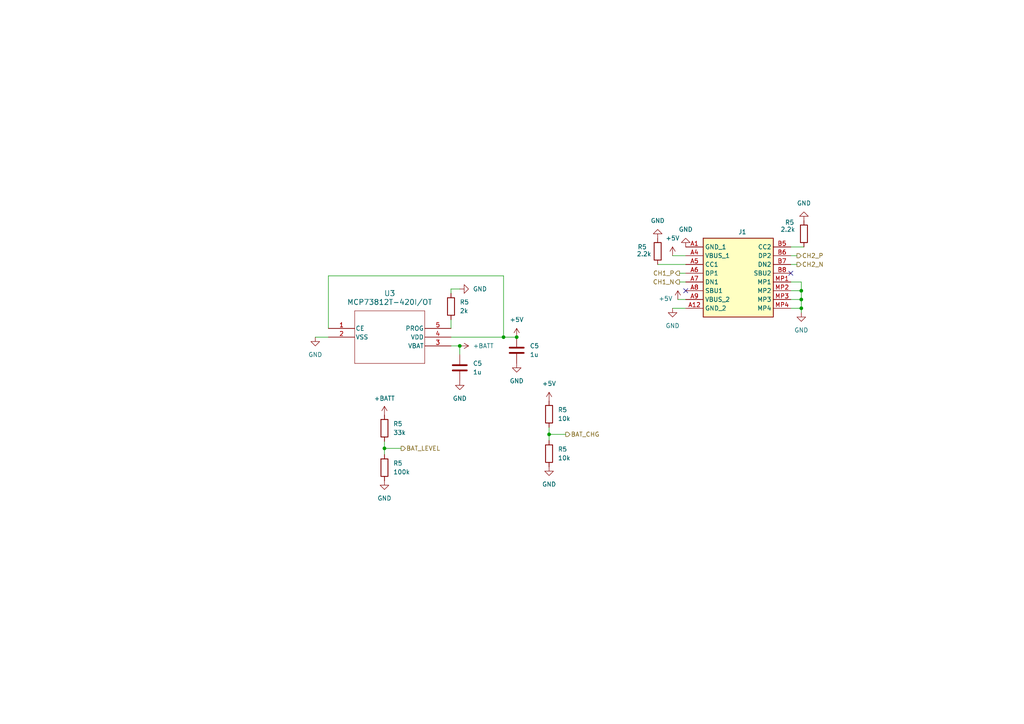
<source format=kicad_sch>
(kicad_sch (version 20230121) (generator eeschema)
  (paper "A4")
  (lib_symbols
    (symbol "2023-09-03_14-36-57:GSB1C41110SSHR"
      (symbol "GSB1C41110SSHR_1_1"
        (rectangle (start 5.08 2.54) (end 25.4 -20.32) (stroke (width 0.254)) (fill (type background)))
        (pin passive line (at 0 0 0) (length 5.08) (name "GND_1") (number "A1"))
        (pin passive line (at 0 -17.78 0) (length 5.08) (name "GND_2") (number "A12"))
        (pin passive line (at 0 -2.54 0) (length 5.08) (name "VBUS_1") (number "A4"))
        (pin passive line (at 0 -5.08 0) (length 5.08) (name "CC1") (number "A5"))
        (pin passive line (at 0 -7.62 0) (length 5.08) (name "DP1") (number "A6"))
        (pin passive line (at 0 -10.16 0) (length 5.08) (name "DN1") (number "A7"))
        (pin passive line (at 0 -12.7 0) (length 5.08) (name "SBU1") (number "A8"))
        (pin passive line (at 0 -15.24 0) (length 5.08) (name "VBUS_2") (number "A9"))
        (pin passive line (at 30.48 0 180) (length 5.08) (name "CC2") (number "B5"))
        (pin passive line (at 30.48 -2.54 180) (length 5.08) (name "DP2") (number "B6"))
        (pin passive line (at 30.48 -5.08 180) (length 5.08) (name "DN2") (number "B7"))
        (pin passive line (at 30.48 -7.62 180) (length 5.08) (name "SBU2") (number "B8"))
        (pin passive line (at 30.48 -10.16 180) (length 5.08) (name "MP1") (number "MP1"))
        (pin passive line (at 30.48 -12.7 180) (length 5.08) (name "MP2") (number "MP2"))
        (pin passive line (at 30.48 -15.24 180) (length 5.08) (name "MP3") (number "MP3"))
        (pin passive line (at 30.48 -17.78 180) (length 5.08) (name "MP4") (number "MP4"))
      )
    )
    (symbol "2023-09-03_14-36-57:MCP73811T-420I_OT" (pin_names (offset 0.254))
      (property "Reference" "U" (at 17.78 10.16 0))
      (property "Value" "MCP73811T-420I/OT" (at 17.78 7.62 0))
      (symbol "MCP73811T-420I_OT_0_1"
        (polyline (pts (xy 7.62 -10.16) (xy 27.94 -10.16)) (stroke (width 0.127)))
        (polyline (pts (xy 7.62 5.08) (xy 7.62 -10.16)) (stroke (width 0.127)))
        (polyline (pts (xy 27.94 -10.16) (xy 27.94 5.08)) (stroke (width 0.127)))
        (polyline (pts (xy 27.94 5.08) (xy 7.62 5.08)) (stroke (width 0.127)))
        (pin unspecified line (at 0 0 0) (length 7.62) (name "CE") (number "1"))
        (pin unspecified line (at 0 -2.54 0) (length 7.62) (name "VSS") (number "2"))
        (pin unspecified line (at 35.56 -5.08 180) (length 7.62) (name "VBAT") (number "3"))
        (pin unspecified line (at 35.56 -2.54 180) (length 7.62) (name "VDD") (number "4"))
        (pin unspecified line (at 35.56 0 180) (length 7.62) (name "PROG") (number "5"))
      )
    )
    (symbol "Device:C" (pin_numbers hide) (pin_names (offset 0.254))
      (property "Reference" "C" (at 0.635 2.54 0))
      (property "Value" "C" (at 0.635 -2.54 0))
      (symbol "C_0_1"
        (polyline (pts (xy -2.032 -0.762) (xy 2.032 -0.762)) (stroke (width 0.508)))
        (polyline (pts (xy -2.032 0.762) (xy 2.032 0.762)) (stroke (width 0.508)))
      )
      (symbol "C_1_1"
        (pin passive line (at 0 3.81 270) (length 2.794) (name "~") (number "1"))
        (pin passive line (at 0 -3.81 90) (length 2.794) (name "~") (number "2"))
      )
    )
    (symbol "Device:R" (pin_numbers hide) (pin_names (offset 0))
      (property "Reference" "R" (at 2.032 0 90))
      (property "Value" "R" (at 0 0 90))
      (symbol "R_0_1"
        (rectangle (start -1.016 -2.54) (end 1.016 2.54) (stroke (width 0.254)))
      )
      (symbol "R_1_1"
        (pin passive line (at 0 3.81 270) (length 1.27) (name "~") (number "1"))
        (pin passive line (at 0 -3.81 90) (length 1.27) (name "~") (number "2"))
      )
    )
    (symbol "power:+5V" (power) (pin_names (offset 0))
      (property "Value" "+5V" (at 0 3.556 0))
      (symbol "+5V_0_1"
        (polyline (pts (xy -0.762 1.27) (xy 0 2.54)))
        (polyline (pts (xy 0 0) (xy 0 2.54)))
        (polyline (pts (xy 0 2.54) (xy 0.762 1.27)))
      )
      (symbol "+5V_1_1"
        (pin power_in line (at 0 0 90) (length 0) hide (name "+5V") (number "1"))
      )
    )
    (symbol "power:+BATT" (power) (pin_names (offset 0))
      (property "Value" "+BATT" (at 0 3.556 0))
      (symbol "+BATT_0_1"
        (polyline (pts (xy -0.762 1.27) (xy 0 2.54)))
        (polyline (pts (xy 0 0) (xy 0 2.54)))
        (polyline (pts (xy 0 2.54) (xy 0.762 1.27)))
      )
      (symbol "+BATT_1_1"
        (pin power_in line (at 0 0 90) (length 0) hide (name "+BATT") (number "1"))
      )
    )
    (symbol "power:GND" (power) (pin_names (offset 0))
      (property "Value" "GND" (at 0 -3.81 0))
      (symbol "GND_0_1"
        (polyline (pts (xy 0 0) (xy 0 -1.27) (xy 1.27 -1.27) (xy 0 -2.54) (xy -1.27 -1.27) (xy 0 -1.27)))
      )
      (symbol "GND_1_1"
        (pin power_in line (at 0 0 270) (length 0) hide (name "GND") (number "1"))
      )
    )
  )
  (junction (at 149.86 97.79))
  (junction (at 232.41 89.408))
  (junction (at 232.41 86.868))
  (junction (at 111.506 130.048))
  (junction (at 232.41 84.328))
  (junction (at 159.258 125.984))
  (junction (at 133.35 100.33))
  (junction (at 146.05 97.79))
  (no_connect (at 198.882 84.328))
  (no_connect (at 229.362 79.248))
  (wire (pts (xy 159.258 125.984) (xy 159.258 127.762)))
  (wire (pts (xy 196.596 86.868) (xy 198.882 86.868)))
  (wire (pts (xy 146.05 80.01) (xy 146.05 97.79)))
  (wire (pts (xy 197.104 81.788) (xy 198.882 81.788)))
  (wire (pts (xy 130.81 100.33) (xy 133.35 100.33)))
  (wire (pts (xy 232.41 84.328) (xy 232.41 86.868)))
  (wire (pts (xy 232.41 86.868) (xy 232.41 89.408)))
  (wire (pts (xy 232.41 81.788) (xy 232.41 84.328)))
  (wire (pts (xy 111.506 128.016) (xy 111.506 130.048)))
  (wire (pts (xy 164.084 125.984) (xy 159.258 125.984)))
  (wire (pts (xy 133.35 100.33) (xy 133.35 102.87)))
  (wire (pts (xy 95.25 80.01) (xy 146.05 80.01)))
  (wire (pts (xy 130.81 92.71) (xy 130.81 95.25)))
  (wire (pts (xy 229.362 89.408) (xy 232.41 89.408)))
  (wire (pts (xy 91.44 97.79) (xy 95.25 97.79)))
  (wire (pts (xy 95.25 95.25) (xy 95.25 80.01)))
  (wire (pts (xy 130.81 85.09) (xy 130.81 83.82)))
  (wire (pts (xy 116.332 130.048) (xy 111.506 130.048)))
  (wire (pts (xy 190.754 76.708) (xy 198.882 76.708)))
  (wire (pts (xy 130.81 83.82) (xy 133.35 83.82)))
  (wire (pts (xy 229.362 81.788) (xy 232.41 81.788)))
  (wire (pts (xy 229.362 74.168) (xy 231.14 74.168)))
  (wire (pts (xy 232.41 89.408) (xy 232.41 90.678)))
  (wire (pts (xy 159.258 123.952) (xy 159.258 125.984)))
  (wire (pts (xy 197.104 79.248) (xy 198.882 79.248)))
  (wire (pts (xy 229.362 84.328) (xy 232.41 84.328)))
  (wire (pts (xy 195.072 74.168) (xy 198.882 74.168)))
  (wire (pts (xy 195.072 89.408) (xy 198.882 89.408)))
  (wire (pts (xy 233.172 71.628) (xy 229.362 71.628)))
  (wire (pts (xy 146.05 97.79) (xy 149.86 97.79)))
  (wire (pts (xy 111.506 130.048) (xy 111.506 131.826)))
  (wire (pts (xy 229.362 76.708) (xy 231.14 76.708)))
  (wire (pts (xy 130.81 97.79) (xy 146.05 97.79)))
  (wire (pts (xy 229.362 86.868) (xy 232.41 86.868)))
  (hierarchical_label "CH1_P" (shape output) (at 197.104 79.248 180))
  (hierarchical_label "BAT_LEVEL" (shape output) (at 116.332 130.048 0))
  (hierarchical_label "CH1_N" (shape output) (at 197.104 81.788 180))
  (hierarchical_label "BAT_CHG" (shape output) (at 164.084 125.984 0))
  (hierarchical_label "CH2_N" (shape output) (at 231.14 76.708 0))
  (hierarchical_label "CH2_P" (shape output) (at 231.14 74.168 0))
  (symbol (lib_id "2023-09-03_14-36-57:GSB1C41110SSHR") (at 198.882 71.628 0) (unit 1)
    (property "Reference" "J1" (at 214.122 66.548 0) (effects (justify left top)))
    (property "Value" "GSB1C41110SSHR" (effects hide))
    (property "Footprint" "GSB1C41110SSHR" (effects hide))
    (property "Datasheet" "https://cdn.amphenol-cs.com/media/wysiwyg/files/drawing/gsb1c41x10sshr-ax1.pdf" (effects hide))
    (property "Height" "3.41" (effects hide))
    (property "Manufacturer" "Amphenol Communications Solutions" (effects hide))
    (property "Manufacturer Part Number" "GSB1C41110SSHR" (effects hide))
    (property "Manufacturing Note" "C" (effects hide))
    (property "Package" "SMD" (effects hide))
  )
  (symbol (lib_id "power:GND") (at 91.44 97.79 0) (unit 1)
    (property "Reference" "#PWR041" (effects hide))
    (property "Value" "GND" (at 91.44 102.87 0))
  )
  (symbol (lib_id "power:GND") (at 198.882 71.628 180) (unit 1)
    (property "Reference" "#PWR034" (effects hide))
    (property "Value" "GND" (at 198.882 66.548 0))
  )
  (symbol (lib_id "Device:C") (at 133.35 106.68 0) (unit 1)
    (property "Reference" "C5" (at 137.16 105.41 0) (effects (justify left)))
    (property "Value" "1u" (at 137.16 107.95 0) (effects (justify left)))
    (property "Footprint" "Capacitor_SMD:C_0603_1608Metric" (effects hide))
    (property "Manufacturer" "Murata" (effects hide))
    (property "Manufacturer Part Number" "GRT188R71E105KE13D" (effects hide))
    (property "Package" "0603" (effects hide))
    (property "Description" "CAP CER 1UF 25V X7R 0402" (effects hide))
    (property "Long Description" "1 µF ±10% 25V Ceramic Capacitor X7R 0402 (1005 Metric)" (effects hide))
    (property "Manufacturing Note" "D" (effects hide))
    (instances (project "MaxTENS" (path "" (reference "C5") (unit 1)) (path "" (reference "C6") (unit 1)) (path "" (reference "C10") (unit 1))))
  )
  (symbol (lib_id "power:GND") (at 133.35 83.82 90) (unit 1)
    (property "Reference" "#PWR042" (effects hide))
    (property "Value" "GND" (at 137.16 83.82 90) (effects (justify right)))
  )
  (symbol (lib_id "power:GND") (at 233.172 64.008 180) (unit 1)
    (property "Reference" "#PWR038" (effects hide))
    (property "Value" "GND" (at 233.172 58.928 0))
  )
  (symbol (lib_id "Device:R") (at 190.754 72.898 180) (unit 1)
    (property "Reference" "R5" (at 184.912 71.628 0) (effects (justify right)))
    (property "Value" "2.2k" (at 184.658 73.66 0) (effects (justify right)))
    (property "Footprint" "Resistor_SMD:R_0402_1005Metric" (effects hide))
    (property "Manufacturer" "Yageo" (effects hide))
    (property "Manufacturer Part Number" "RC0402FR-132K2L" (effects hide))
    (property "Manufacturing Note" "D" (effects hide))
    (property "Description" "RES 2.2K OHM 1% 1/16W 0402" (effects hide))
    (property "Long Description" "2.2 kOhms ±1% 0.063W, 1/16W Chip Resistor 0402 (1005 Metric) Thick Film" (effects hide))
    (instances (project "MaxTENS" (path "" (reference "R5") (unit 1)) (path "" (reference "R8") (unit 1)) (path "" (reference "R19") (unit 1))))
  )
  (symbol (lib_id "power:+5V") (at 159.258 116.332 0) (unit 1)
    (property "Reference" "#PWR091" (effects hide))
    (property "Value" "+5V" (at 159.258 111.252 0))
  )
  (symbol (lib_id "Device:R") (at 111.506 135.636 180) (unit 1)
    (property "Reference" "R5" (at 114.046 134.366 0) (effects (justify right)))
    (property "Value" "100k" (at 114.046 136.906 0) (effects (justify right)))
    (property "Footprint" "Resistor_SMD:R_0402_1005Metric" (effects hide))
    (property "Manufacturer" "Yageo" (effects hide))
    (property "Manufacturer Part Number" "RC0402FR-13100KL" (effects hide))
    (property "Manufacturing Note" "D" (effects hide))
    (property "Description" "RES 100K OHM 1% 1/16W 0402" (effects hide))
    (property "Long Description" "100 kOhms ±1% 0.063W, 1/16W Chip Resistor 0402 (1005 Metric) Thick Film" (effects hide))
    (instances (project "MaxTENS" (path "" (reference "R5") (unit 1)) (path "" (reference "R8") (unit 1)) (path "" (reference "R71") (unit 1))))
  )
  (symbol (lib_id "power:+BATT") (at 111.506 120.396 0) (unit 1)
    (property "Reference" "#PWR0104" (effects hide))
    (property "Value" "+BATT" (at 111.506 115.57 0))
  )
  (symbol (lib_id "power:GND") (at 149.86 105.41 0) (unit 1)
    (property "Reference" "#PWR037" (effects hide))
    (property "Value" "GND" (at 149.86 110.49 0))
  )
  (symbol (lib_id "power:GND") (at 195.072 89.408 0) (unit 1)
    (property "Reference" "#PWR036" (effects hide))
    (property "Value" "GND" (at 195.072 94.488 0))
  )
  (symbol (lib_id "power:GND") (at 133.35 110.49 0) (unit 1)
    (property "Reference" "#PWR039" (effects hide))
    (property "Value" "GND" (at 133.35 115.57 0))
  )
  (symbol (lib_id "power:GND") (at 159.258 135.382 0) (unit 1)
    (property "Reference" "#PWR0103" (effects hide))
    (property "Value" "GND" (at 159.258 140.462 0))
  )
  (symbol (lib_id "power:GND") (at 190.754 69.088 180) (unit 1)
    (property "Reference" "#PWR035" (effects hide))
    (property "Value" "GND" (at 190.754 64.008 0))
  )
  (symbol (lib_id "Device:R") (at 159.258 131.572 180) (unit 1)
    (property "Reference" "R5" (at 161.798 130.302 0) (effects (justify right)))
    (property "Value" "10k" (at 161.798 132.842 0) (effects (justify right)))
    (property "Footprint" "Resistor_SMD:R_0402_1005Metric" (effects hide))
    (property "Manufacturer" "Yageo" (effects hide))
    (property "Manufacturer Part Number" "RC0402FR-1310KL" (effects hide))
    (property "Manufacturing Note" "D" (effects hide))
    (property "Description" "RES 10K OHM 1% 1/16W 0402" (effects hide))
    (property "Long Description" "10 kOhms ±1% 0.063W, 1/16W Chip Resistor 0402 (1005 Metric) Thick Film" (effects hide))
    (instances (project "MaxTENS" (path "" (reference "R5") (unit 1)) (path "" (reference "R8") (unit 1)) (path "" (reference "R69") (unit 1))))
  )
  (symbol (lib_id "power:+5V") (at 196.596 86.868 0) (unit 1)
    (property "Reference" "#PWR044" (effects hide))
    (property "Value" "+5V" (at 193.04 86.614 0))
  )
  (symbol (lib_id "power:+BATT") (at 133.35 100.33 270) (unit 1)
    (property "Reference" "#PWR040" (effects hide))
    (property "Value" "+BATT" (at 137.16 100.33 90) (effects (justify left)))
  )
  (symbol (lib_id "Device:R") (at 233.172 67.818 0) (unit 1)
    (property "Reference" "R5" (at 230.378 64.516 0) (effects (justify right)))
    (property "Value" "2.2k" (at 230.632 66.548 0) (effects (justify right)))
    (property "Footprint" "Resistor_SMD:R_0402_1005Metric" (effects hide))
    (property "Manufacturer" "Yageo" (effects hide))
    (property "Manufacturer Part Number" "RC0402FR-132K2L" (effects hide))
    (property "Manufacturing Note" "D" (effects hide))
    (property "Description" "RES 2.2K OHM 1% 1/16W 0402" (effects hide))
    (property "Long Description" "2.2 kOhms ±1% 0.063W, 1/16W Chip Resistor 0402 (1005 Metric) Thick Film" (effects hide))
    (instances (project "MaxTENS" (path "" (reference "R5") (unit 1)) (path "" (reference "R8") (unit 1)) (path "" (reference "R18") (unit 1))))
  )
  (symbol (lib_id "power:GND") (at 111.506 139.446 0) (unit 1)
    (property "Reference" "#PWR0105" (effects hide))
    (property "Value" "GND" (at 111.506 144.526 0))
  )
  (symbol (lib_id "power:GND") (at 232.41 90.678 0) (unit 1)
    (property "Reference" "#PWR045" (effects hide))
    (property "Value" "GND" (at 232.41 95.758 0))
  )
  (symbol (lib_id "power:+5V") (at 195.072 74.168 0) (unit 1)
    (property "Reference" "#PWR033" (effects hide))
    (property "Value" "+5V" (at 195.072 69.088 0))
  )
  (symbol (lib_id "Device:C") (at 149.86 101.6 0) (unit 1)
    (property "Reference" "C5" (at 153.67 100.33 0) (effects (justify left)))
    (property "Value" "1u" (at 153.67 102.87 0) (effects (justify left)))
    (property "Footprint" "Capacitor_SMD:C_0603_1608Metric" (effects hide))
    (property "Manufacturer" "Murata" (effects hide))
    (property "Manufacturer Part Number" "GRT188R71E105KE13D" (effects hide))
    (property "Package" "0603" (effects hide))
    (property "Description" "CAP CER 1UF 25V X7R 0402" (effects hide))
    (property "Long Description" "1 µF ±10% 25V Ceramic Capacitor X7R 0402 (1005 Metric)" (effects hide))
    (property "Manufacturing Note" "D" (effects hide))
    (instances (project "MaxTENS" (path "" (reference "C5") (unit 1)) (path "" (reference "C6") (unit 1)) (path "" (reference "C9") (unit 1))))
  )
  (symbol (lib_id "Device:R") (at 130.81 88.9 180) (unit 1)
    (property "Reference" "R5" (at 133.35 87.63 0) (effects (justify right)))
    (property "Value" "2k" (at 133.35 90.17 0) (effects (justify right)))
    (property "Footprint" "Resistor_SMD:R_0402_1005Metric" (effects hide))
    (property "Manufacturer" "Yageo" (effects hide))
    (property "Manufacturer Part Number" "RC0402FR-132KL" (effects hide))
    (property "Manufacturing Note" "D" (effects hide))
    (property "Description" "RES 2K OHM 1% 1/16W 0402" (effects hide))
    (property "Long Description" "2 kOhms ±1% 0.063W, 1/16W Chip Resistor 0402 (1005 Metric) Thick Film" (effects hide))
    (instances (project "MaxTENS" (path "" (reference "R5") (unit 1)) (path "" (reference "R8") (unit 1)) (path "" (reference "R17") (unit 1))))
  )
  (symbol (lib_id "2023-09-03_14-36-57:MCP73811T-420I_OT") (at 95.25 95.25 0) (unit 1)
    (property "Reference" "U3" (at 113.03 85.09 0) (effects (font (size 1.524 1.524))))
    (property "Value" "MCP73812T-420I/OT" (at 113.03 87.63 0) (effects (font (size 1.524 1.524))))
    (property "Footprint" "Library:SOT-23-5_MC_MCH" (effects hide))
    (property "Datasheet" "MCP73812T-420I/OT" (effects hide))
    (property "Manufacturer" "Microchip" (effects hide))
    (property "Manufacturer Part Number" "MCP73812T-420I/OT" (effects hide))
    (property "Manufacturing Note" "A" (effects hide))
    (property "Description" "IC BATT CNTL LI-ION 1CEL SOT23-5" (effects hide))
    (property "Long Description" "Charger IC Lithium Ion/Polymer SOT-23-5" (effects hide))
    (property "Package" "SOT-23-5" (effects hide))
  )
  (symbol (lib_id "power:+5V") (at 149.86 97.79 0) (unit 1)
    (property "Reference" "#PWR043" (effects hide))
    (property "Value" "+5V" (at 149.86 92.71 0))
  )
  (symbol (lib_id "Device:R") (at 111.506 124.206 180) (unit 1)
    (property "Reference" "R5" (at 114.046 122.936 0) (effects (justify right)))
    (property "Value" "33k" (at 114.046 125.476 0) (effects (justify right)))
    (property "Footprint" "Resistor_SMD:R_0402_1005Metric" (effects hide))
    (property "Manufacturer" "Yageo" (effects hide))
    (property "Manufacturer Part Number" "RC0402FR-1333KL" (effects hide))
    (property "Manufacturing Note" "D" (effects hide))
    (property "Description" "RES 10K OHM 1% 1/16W 0402" (effects hide))
    (property "Long Description" "33 kOhms ±1% 0.063W, 1/16W Chip Resistor 0402 (1005 Metric) Thick Film" (effects hide))
    (instances (project "MaxTENS" (path "" (reference "R5") (unit 1)) (path "" (reference "R8") (unit 1)) (path "" (reference "R70") (unit 1))))
  )
  (symbol (lib_id "Device:R") (at 159.258 120.142 180) (unit 1)
    (property "Reference" "R5" (at 161.798 118.872 0) (effects (justify right)))
    (property "Value" "10k" (at 161.798 121.412 0) (effects (justify right)))
    (property "Footprint" "Resistor_SMD:R_0402_1005Metric" (effects hide))
    (property "Manufacturer" "Yageo" (effects hide))
    (property "Manufacturer Part Number" "RC0402FR-1310KL" (effects hide))
    (property "Manufacturing Note" "D" (effects hide))
    (property "Description" "RES 10K OHM 1% 1/16W 0402" (effects hide))
    (property "Long Description" "10 kOhms ±1% 0.063W, 1/16W Chip Resistor 0402 (1005 Metric) Thick Film" (effects hide))
    (instances (project "MaxTENS" (path "" (reference "R5") (unit 1)) (path "" (reference "R8") (unit 1)) (path "" (reference "R68") (unit 1))))
  )
)
</source>
